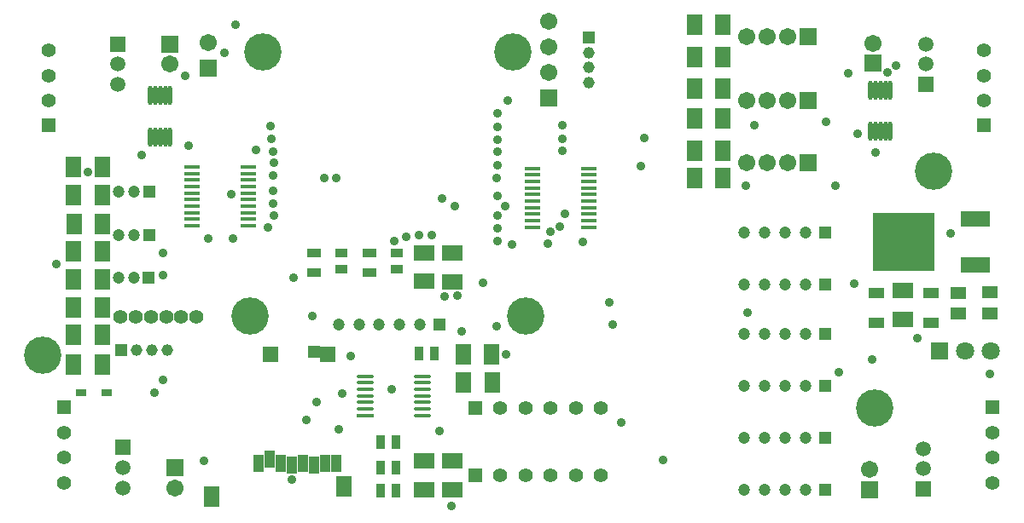
<source format=gbs>
%FSTAX23Y23*%
%MOIN*%
%SFA1B1*%

%IPPOS*%
%AMD93*
4,1,8,0.025100,0.007500,-0.025100,0.007500,-0.032600,0.000000,-0.032600,0.000000,-0.025100,-0.007500,0.025100,-0.007500,0.032600,0.000000,0.032600,0.000000,0.025100,0.007500,0.0*
1,1,0.014992,0.025100,0.000000*
1,1,0.014992,-0.025100,0.000000*
1,1,0.014992,-0.025100,0.000000*
1,1,0.014992,0.025100,0.000000*
%
%ADD29R,0.059378X0.047500*%
%ADD36R,0.045275X0.045275*%
%ADD43R,0.047244X0.047244*%
%ADD50R,0.061937X0.083197*%
%ADD52R,0.059181X0.051307*%
%ADD63C,0.045275*%
%ADD64C,0.067055*%
%ADD65R,0.067055X0.067055*%
%ADD66C,0.047244*%
%ADD67C,0.070992*%
%ADD68R,0.070992X0.070992*%
%ADD69R,0.067055X0.067055*%
%ADD70C,0.055118*%
%ADD71R,0.055118X0.055118*%
%ADD72C,0.059181*%
%ADD73R,0.059181X0.059181*%
%ADD74R,0.045275X0.045275*%
%ADD75C,0.055559*%
%ADD76R,0.055118X0.055118*%
%ADD77C,0.145795*%
%ADD78C,0.035559*%
%ADD92R,0.037594X0.053394*%
G04~CAMADD=93~8~0.0~0.0~651.7~149.9~75.0~0.0~15~0.0~0.0~0.0~0.0~0~0.0~0.0~0.0~0.0~0~0.0~0.0~0.0~0.0~651.7~149.9*
%ADD93D93*%
%ADD94R,0.065173X0.014992*%
%ADD99R,0.062992X0.041339*%
%ADD101R,0.118110X0.062992*%
%ADD102R,0.244094X0.228346*%
%ADD104R,0.057087X0.037401*%
%ADD105R,0.049689X0.031815*%
%ADD106R,0.062992X0.011811*%
%ADD107R,0.083197X0.061937*%
%ADD108R,0.039496X0.067055*%
%ADD109R,0.059181X0.063118*%
%ADD110R,0.047370X0.045401*%
%ADD111R,0.063118X0.082803*%
%ADD112R,0.039496X0.031622*%
%ADD113O,0.019811X0.074929*%
%LNpcb1-1*%
%LPD*%
G54D29*
X11524Y04346D03*
Y04263D03*
G54D36*
X1008Y05345D03*
G54D43*
X11003Y04582D03*
Y03777D03*
Y04183D03*
Y03574D03*
Y04379D03*
Y0398D03*
X08362Y0474D03*
Y04572D03*
X08361Y04403D03*
X09498Y04222D03*
G54D50*
X08067Y04066D03*
X08179D03*
X08067Y04508D03*
X08179D03*
X08068Y04397D03*
X08179D03*
X08067Y04182D03*
X08179D03*
X0807Y04616D03*
X08181D03*
X08068Y04289D03*
X08179D03*
X10492Y05268D03*
X10604D03*
X10492Y05145D03*
X10604D03*
X10492Y04901D03*
X10604D03*
X10492Y05393D03*
X10604D03*
X10492Y05029D03*
X10604D03*
X10492Y04793D03*
X10604D03*
X09701Y04104D03*
X09589D03*
X09703Y03994D03*
X09591D03*
X08068Y04838D03*
X08179D03*
X08068Y04728D03*
X08179D03*
G54D52*
X11645Y04348D03*
Y04265D03*
G54D63*
X1008Y05168D03*
Y05227D03*
Y05286D03*
X08432Y04121D03*
X08373D03*
X08313D03*
G54D64*
X10698Y05347D03*
X10856D03*
X10777D03*
X10698Y05098D03*
X10856D03*
X10777D03*
X10698Y04853D03*
X10856D03*
X10777D03*
X09924Y05409D03*
Y05309D03*
Y05209D03*
X08592Y05326D03*
X11189Y05322D03*
X11176Y03655D03*
X08444Y0524D03*
X08464Y03582D03*
G54D65*
X10935Y05347D03*
Y05098D03*
Y04853D03*
G54D66*
X10688Y04582D03*
X10767D03*
X10846D03*
X10925D03*
X10688Y03777D03*
X10767D03*
X10846D03*
X10925D03*
X10688Y04183D03*
X10767D03*
X10846D03*
X10925D03*
X10688Y03574D03*
X10767D03*
X10846D03*
X10925D03*
X10688Y04379D03*
X10767D03*
X10846D03*
X10925D03*
X10688Y0398D03*
X10767D03*
X10846D03*
X10925D03*
X08244Y0474D03*
X08303D03*
X08244Y04572D03*
X08303D03*
X08243Y04403D03*
X08302D03*
X09104Y04222D03*
X09183D03*
X09261D03*
X0934D03*
X09419D03*
G54D67*
X11651Y04119D03*
X11551D03*
G54D68*
X11451Y04119D03*
G54D69*
X09924Y05109D03*
X08592Y05226D03*
X11189Y05244D03*
X11176Y03576D03*
X08444Y05318D03*
X08464Y03661D03*
G54D70*
X10127Y03893D03*
X10029D03*
X09931D03*
X09832D03*
X09734D03*
X10127Y03631D03*
X10029D03*
X09931D03*
X09832D03*
X09734D03*
X0797Y05098D03*
Y05196D03*
Y05295D03*
X08031Y03799D03*
Y037D03*
Y03602D03*
X11655Y03799D03*
Y037D03*
Y03602D03*
X11624Y05098D03*
Y05196D03*
Y05295D03*
G54D71*
X09635Y03893D03*
Y03631D03*
G54D72*
X0824Y05161D03*
Y0524D03*
X08259Y03582D03*
Y03661D03*
X11387Y03736D03*
Y03657D03*
X11395Y05318D03*
Y0524D03*
G54D73*
X0824Y05318D03*
X08259Y0374D03*
X11387Y03578D03*
X11395Y05161D03*
G54D74*
X08254Y04121D03*
G54D75*
X08251Y04251D03*
X08311D03*
X0837D03*
X08429D03*
X08488D03*
X08547D03*
G54D76*
X0797Y05D03*
X08031Y03897D03*
X11655D03*
X11624Y05D03*
G54D77*
X11428Y04821D03*
X11196Y03893D03*
X07948Y04102D03*
X09832Y04253D03*
X08756D03*
X08806Y05287D03*
X09783D03*
G54D78*
X09319Y04547D03*
X09092Y04794D03*
X09045Y04793D03*
X09721Y04794D03*
X11057Y04033D03*
X11187Y04083D03*
X08382Y03956D03*
X09921Y04539D03*
X08658Y05285D03*
X08683Y04732D03*
X08825Y046D03*
X08849Y04647D03*
X09466Y0457D03*
X09417Y0457D03*
X09365Y04565D03*
X10701Y04267D03*
X09495Y03805D03*
X08517Y04921D03*
X11645Y04027D03*
X09986Y04654D03*
X08837Y04998D03*
X08839Y04947D03*
X08779Y04905D03*
X08122Y04818D03*
X09515Y0433D03*
X09566Y04334D03*
X08577Y03688D03*
X112Y04896D03*
X11492Y04578D03*
X11246Y05208D03*
X11279Y05236D03*
X08925Y04405D03*
X09Y04255D03*
X09311Y03968D03*
X09118Y03952D03*
X09149Y04098D03*
X0972Y04216D03*
X10283Y04842D03*
X09967Y04603D03*
X0993Y04583D03*
X10055Y04543D03*
X11007Y05015D03*
X10161Y04307D03*
X10173Y0422D03*
X09102Y03811D03*
X0885Y04854D03*
X08848Y04897D03*
X08333Y04884D03*
X08417Y04413D03*
Y04501D03*
X11118Y04381D03*
X11364Y04168D03*
X09582Y04196D03*
X10295Y04952D03*
X09976Y04901D03*
X09724Y04996D03*
X09976Y04948D03*
Y05D03*
X1037Y03692D03*
X11043Y04763D03*
X10692D03*
X09724Y04944D03*
X09763Y05098D03*
X09724Y05048D03*
Y04598D03*
X09665Y04385D03*
X09779Y04535D03*
X09756Y04104D03*
X11129Y04968D03*
X09543Y03511D03*
X08848Y04744D03*
Y04696D03*
Y04803D03*
X10206Y03838D03*
X0869Y04557D03*
X08592D03*
X09557Y04685D03*
X09724Y04724D03*
X09753Y04685D03*
X09724Y04649D03*
X08503Y05196D03*
X08919Y03614D03*
X08415Y04005D03*
X08978Y03848D03*
X09015Y03917D03*
X08001Y04458D03*
X087Y05393D03*
X10728Y05D03*
X09724Y04547D03*
X09507Y04714D03*
X11092Y05206D03*
X09724Y04846D03*
Y04897D03*
G54D92*
X09326Y03572D03*
X09265D03*
Y03662D03*
X09326D03*
X09267Y0376D03*
X09328D03*
X09415Y04107D03*
X09476D03*
G54D93*
X09431Y03866D03*
Y03891D03*
Y03917D03*
Y03942D03*
Y03968D03*
Y03994D03*
Y04019D03*
X09208D03*
Y03994D03*
Y03968D03*
Y03942D03*
Y03917D03*
Y03891D03*
G54D94*
X09208Y03866D03*
G54D99*
X11418Y04227D03*
Y04343D03*
X11202D03*
Y04227D03*
G54D101*
X11589Y04453D03*
Y04633D03*
G54D102*
X1131Y04543D03*
G54D104*
X09222Y04501D03*
Y04424D03*
X09005Y04501D03*
Y04424D03*
G54D105*
X0933Y04438D03*
Y04501D03*
X09114Y04438D03*
Y04501D03*
G54D106*
X08751Y04608D03*
Y04633D03*
Y04659D03*
Y04685D03*
Y0471D03*
Y04736D03*
Y04761D03*
Y04787D03*
Y04812D03*
Y04838D03*
X08531Y04608D03*
Y04633D03*
Y04659D03*
Y04685D03*
Y0471D03*
Y04736D03*
Y04761D03*
Y04787D03*
Y04812D03*
Y04838D03*
X09861Y04832D03*
Y04807D03*
Y04781D03*
Y04755D03*
Y0473D03*
Y04704D03*
Y04679D03*
Y04653D03*
Y04627D03*
Y04602D03*
X10081Y04832D03*
Y04807D03*
Y04781D03*
Y04755D03*
Y0473D03*
Y04704D03*
Y04679D03*
Y04653D03*
Y04627D03*
Y04602D03*
G54D107*
X09547Y04501D03*
Y04389D03*
X09437Y04501D03*
Y0439D03*
X11307Y04353D03*
Y04241D03*
X09547Y03575D03*
Y03687D03*
X09438Y03575D03*
Y03687D03*
G54D108*
X09092Y03679D03*
X09049D03*
X09005Y03671D03*
X08962Y03679D03*
X08919Y03671D03*
X08875Y03679D03*
X08832Y03694D03*
X08789Y03679D03*
G54D109*
X0906Y04106D03*
X08836D03*
G54D110*
X09005Y04115D03*
G54D111*
X09123Y03588D03*
X08605Y03549D03*
G54D112*
X08098Y03956D03*
X08196D03*
G54D113*
X08444Y04956D03*
X08425D03*
X08405D03*
X08385D03*
X08366D03*
X08444Y05118D03*
X08425D03*
X08405D03*
X08385D03*
X08366D03*
X11258Y04978D03*
X11239D03*
X11219D03*
X11199D03*
X1118D03*
X11258Y05139D03*
X11239D03*
X11219D03*
X11199D03*
X1118D03*
M02*
</source>
